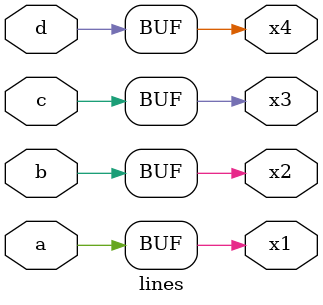
<source format=sv>
`timescale 1ns / 1ps


module lines(
    input logic a,
    input logic b,
    input logic c,
    input logic d,
    
    output logic x1,
    output logic x2,
    output logic x3,
    output logic x4
    );
    
    always_comb x1 = a ;
    always_comb x2 = b ;
    always_comb x3 = c ;
    always_comb x4 = d ;
    
endmodule

</source>
